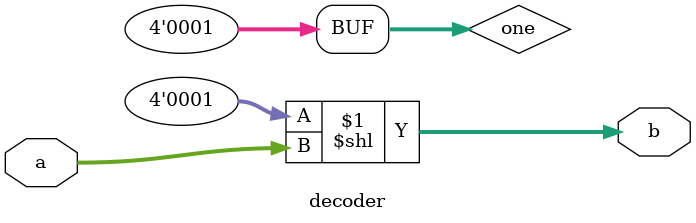
<source format=v>
module decoder(a, b) ;
    parameter n=2 ;
    parameter m=4 ;
    input [n-1:0] a ;
    output [m-1:0] b ;
    wire [m-1:0] one= 1'b1;
    wire [m-1:0] b = {one} <<a;
endmodule


</source>
